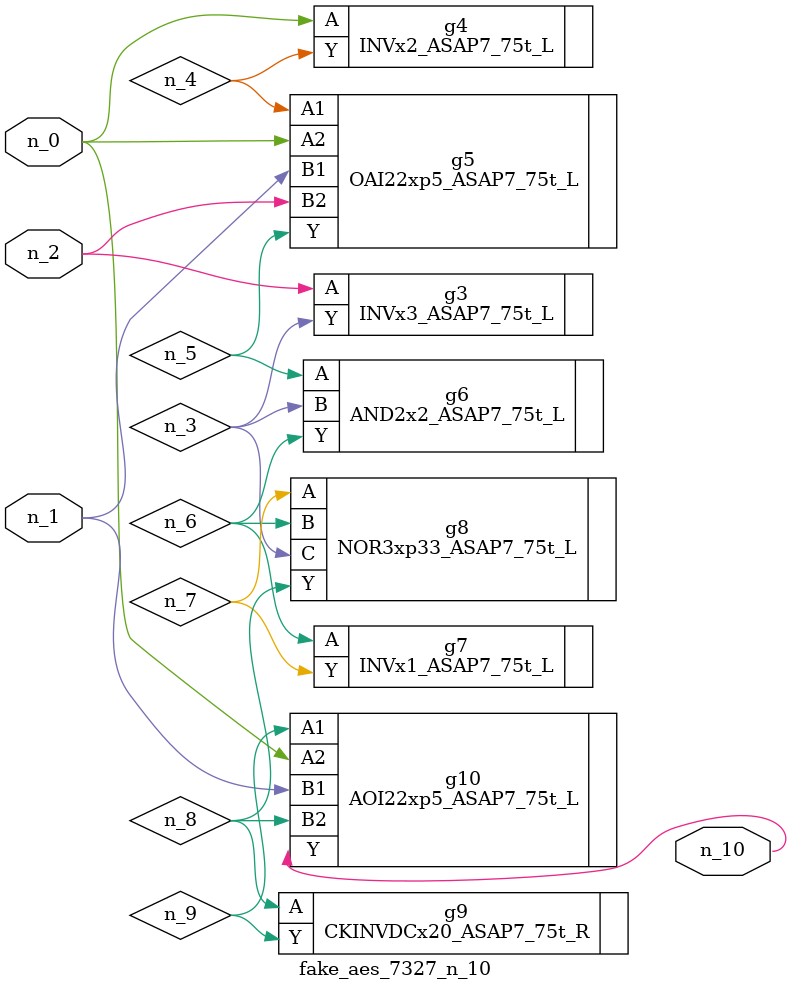
<source format=v>
module fake_aes_7327_n_10 (n_1, n_2, n_0, n_10);
input n_1;
input n_2;
input n_0;
output n_10;
wire n_6;
wire n_4;
wire n_3;
wire n_9;
wire n_5;
wire n_7;
wire n_8;
INVx3_ASAP7_75t_L g3 ( .A(n_2), .Y(n_3) );
INVx2_ASAP7_75t_L g4 ( .A(n_0), .Y(n_4) );
OAI22xp5_ASAP7_75t_L g5 ( .A1(n_4), .A2(n_0), .B1(n_1), .B2(n_2), .Y(n_5) );
AND2x2_ASAP7_75t_L g6 ( .A(n_5), .B(n_3), .Y(n_6) );
INVx1_ASAP7_75t_L g7 ( .A(n_6), .Y(n_7) );
NOR3xp33_ASAP7_75t_L g8 ( .A(n_7), .B(n_6), .C(n_3), .Y(n_8) );
CKINVDCx20_ASAP7_75t_R g9 ( .A(n_8), .Y(n_9) );
AOI22xp5_ASAP7_75t_L g10 ( .A1(n_9), .A2(n_0), .B1(n_1), .B2(n_8), .Y(n_10) );
endmodule
</source>
